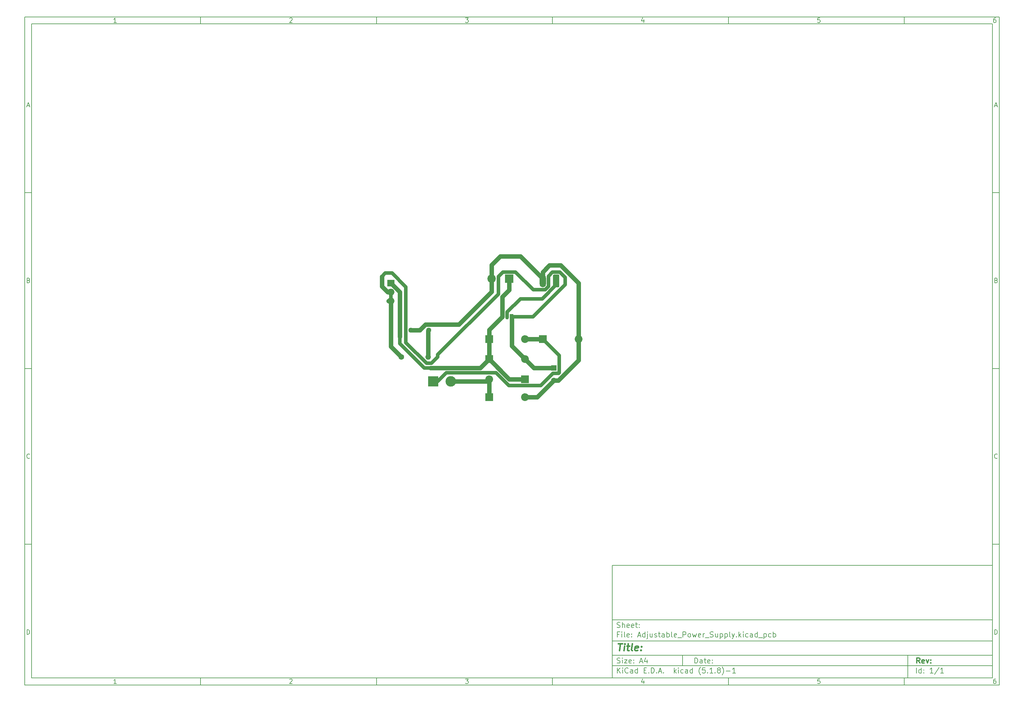
<source format=gbl>
%TF.GenerationSoftware,KiCad,Pcbnew,(5.1.8)-1*%
%TF.CreationDate,2021-07-18T20:21:08-07:00*%
%TF.ProjectId,Adjustable_Power_Supply,41646a75-7374-4616-926c-655f506f7765,rev?*%
%TF.SameCoordinates,Original*%
%TF.FileFunction,Copper,L2,Bot*%
%TF.FilePolarity,Positive*%
%FSLAX46Y46*%
G04 Gerber Fmt 4.6, Leading zero omitted, Abs format (unit mm)*
G04 Created by KiCad (PCBNEW (5.1.8)-1) date 2021-07-18 20:21:08*
%MOMM*%
%LPD*%
G01*
G04 APERTURE LIST*
%ADD10C,0.100000*%
%ADD11C,0.150000*%
%ADD12C,0.300000*%
%ADD13C,0.400000*%
%TA.AperFunction,ComponentPad*%
%ADD14R,2.400000X2.400000*%
%TD*%
%TA.AperFunction,ComponentPad*%
%ADD15C,2.400000*%
%TD*%
%TA.AperFunction,ComponentPad*%
%ADD16R,1.600000X1.600000*%
%TD*%
%TA.AperFunction,ComponentPad*%
%ADD17C,1.600000*%
%TD*%
%TA.AperFunction,ComponentPad*%
%ADD18R,2.200000X2.200000*%
%TD*%
%TA.AperFunction,ComponentPad*%
%ADD19O,2.200000X2.200000*%
%TD*%
%TA.AperFunction,ComponentPad*%
%ADD20R,3.000000X3.000000*%
%TD*%
%TA.AperFunction,ComponentPad*%
%ADD21C,3.000000*%
%TD*%
%TA.AperFunction,ComponentPad*%
%ADD22O,1.800000X3.600000*%
%TD*%
%TA.AperFunction,ComponentPad*%
%ADD23O,1.050000X1.500000*%
%TD*%
%TA.AperFunction,ComponentPad*%
%ADD24R,1.050000X1.500000*%
%TD*%
%TA.AperFunction,ComponentPad*%
%ADD25O,1.600000X1.600000*%
%TD*%
%TA.AperFunction,ComponentPad*%
%ADD26C,1.440000*%
%TD*%
%TA.AperFunction,ComponentPad*%
%ADD27R,2.000000X1.905000*%
%TD*%
%TA.AperFunction,ComponentPad*%
%ADD28O,2.000000X1.905000*%
%TD*%
%TA.AperFunction,Conductor*%
%ADD29C,1.270000*%
%TD*%
%TA.AperFunction,Conductor*%
%ADD30C,1.016000*%
%TD*%
G04 APERTURE END LIST*
D10*
D11*
X177002200Y-166007200D02*
X177002200Y-198007200D01*
X285002200Y-198007200D01*
X285002200Y-166007200D01*
X177002200Y-166007200D01*
D10*
D11*
X10000000Y-10000000D02*
X10000000Y-200007200D01*
X287002200Y-200007200D01*
X287002200Y-10000000D01*
X10000000Y-10000000D01*
D10*
D11*
X12000000Y-12000000D02*
X12000000Y-198007200D01*
X285002200Y-198007200D01*
X285002200Y-12000000D01*
X12000000Y-12000000D01*
D10*
D11*
X60000000Y-12000000D02*
X60000000Y-10000000D01*
D10*
D11*
X110000000Y-12000000D02*
X110000000Y-10000000D01*
D10*
D11*
X160000000Y-12000000D02*
X160000000Y-10000000D01*
D10*
D11*
X210000000Y-12000000D02*
X210000000Y-10000000D01*
D10*
D11*
X260000000Y-12000000D02*
X260000000Y-10000000D01*
D10*
D11*
X36065476Y-11588095D02*
X35322619Y-11588095D01*
X35694047Y-11588095D02*
X35694047Y-10288095D01*
X35570238Y-10473809D01*
X35446428Y-10597619D01*
X35322619Y-10659523D01*
D10*
D11*
X85322619Y-10411904D02*
X85384523Y-10350000D01*
X85508333Y-10288095D01*
X85817857Y-10288095D01*
X85941666Y-10350000D01*
X86003571Y-10411904D01*
X86065476Y-10535714D01*
X86065476Y-10659523D01*
X86003571Y-10845238D01*
X85260714Y-11588095D01*
X86065476Y-11588095D01*
D10*
D11*
X135260714Y-10288095D02*
X136065476Y-10288095D01*
X135632142Y-10783333D01*
X135817857Y-10783333D01*
X135941666Y-10845238D01*
X136003571Y-10907142D01*
X136065476Y-11030952D01*
X136065476Y-11340476D01*
X136003571Y-11464285D01*
X135941666Y-11526190D01*
X135817857Y-11588095D01*
X135446428Y-11588095D01*
X135322619Y-11526190D01*
X135260714Y-11464285D01*
D10*
D11*
X185941666Y-10721428D02*
X185941666Y-11588095D01*
X185632142Y-10226190D02*
X185322619Y-11154761D01*
X186127380Y-11154761D01*
D10*
D11*
X236003571Y-10288095D02*
X235384523Y-10288095D01*
X235322619Y-10907142D01*
X235384523Y-10845238D01*
X235508333Y-10783333D01*
X235817857Y-10783333D01*
X235941666Y-10845238D01*
X236003571Y-10907142D01*
X236065476Y-11030952D01*
X236065476Y-11340476D01*
X236003571Y-11464285D01*
X235941666Y-11526190D01*
X235817857Y-11588095D01*
X235508333Y-11588095D01*
X235384523Y-11526190D01*
X235322619Y-11464285D01*
D10*
D11*
X285941666Y-10288095D02*
X285694047Y-10288095D01*
X285570238Y-10350000D01*
X285508333Y-10411904D01*
X285384523Y-10597619D01*
X285322619Y-10845238D01*
X285322619Y-11340476D01*
X285384523Y-11464285D01*
X285446428Y-11526190D01*
X285570238Y-11588095D01*
X285817857Y-11588095D01*
X285941666Y-11526190D01*
X286003571Y-11464285D01*
X286065476Y-11340476D01*
X286065476Y-11030952D01*
X286003571Y-10907142D01*
X285941666Y-10845238D01*
X285817857Y-10783333D01*
X285570238Y-10783333D01*
X285446428Y-10845238D01*
X285384523Y-10907142D01*
X285322619Y-11030952D01*
D10*
D11*
X60000000Y-198007200D02*
X60000000Y-200007200D01*
D10*
D11*
X110000000Y-198007200D02*
X110000000Y-200007200D01*
D10*
D11*
X160000000Y-198007200D02*
X160000000Y-200007200D01*
D10*
D11*
X210000000Y-198007200D02*
X210000000Y-200007200D01*
D10*
D11*
X260000000Y-198007200D02*
X260000000Y-200007200D01*
D10*
D11*
X36065476Y-199595295D02*
X35322619Y-199595295D01*
X35694047Y-199595295D02*
X35694047Y-198295295D01*
X35570238Y-198481009D01*
X35446428Y-198604819D01*
X35322619Y-198666723D01*
D10*
D11*
X85322619Y-198419104D02*
X85384523Y-198357200D01*
X85508333Y-198295295D01*
X85817857Y-198295295D01*
X85941666Y-198357200D01*
X86003571Y-198419104D01*
X86065476Y-198542914D01*
X86065476Y-198666723D01*
X86003571Y-198852438D01*
X85260714Y-199595295D01*
X86065476Y-199595295D01*
D10*
D11*
X135260714Y-198295295D02*
X136065476Y-198295295D01*
X135632142Y-198790533D01*
X135817857Y-198790533D01*
X135941666Y-198852438D01*
X136003571Y-198914342D01*
X136065476Y-199038152D01*
X136065476Y-199347676D01*
X136003571Y-199471485D01*
X135941666Y-199533390D01*
X135817857Y-199595295D01*
X135446428Y-199595295D01*
X135322619Y-199533390D01*
X135260714Y-199471485D01*
D10*
D11*
X185941666Y-198728628D02*
X185941666Y-199595295D01*
X185632142Y-198233390D02*
X185322619Y-199161961D01*
X186127380Y-199161961D01*
D10*
D11*
X236003571Y-198295295D02*
X235384523Y-198295295D01*
X235322619Y-198914342D01*
X235384523Y-198852438D01*
X235508333Y-198790533D01*
X235817857Y-198790533D01*
X235941666Y-198852438D01*
X236003571Y-198914342D01*
X236065476Y-199038152D01*
X236065476Y-199347676D01*
X236003571Y-199471485D01*
X235941666Y-199533390D01*
X235817857Y-199595295D01*
X235508333Y-199595295D01*
X235384523Y-199533390D01*
X235322619Y-199471485D01*
D10*
D11*
X285941666Y-198295295D02*
X285694047Y-198295295D01*
X285570238Y-198357200D01*
X285508333Y-198419104D01*
X285384523Y-198604819D01*
X285322619Y-198852438D01*
X285322619Y-199347676D01*
X285384523Y-199471485D01*
X285446428Y-199533390D01*
X285570238Y-199595295D01*
X285817857Y-199595295D01*
X285941666Y-199533390D01*
X286003571Y-199471485D01*
X286065476Y-199347676D01*
X286065476Y-199038152D01*
X286003571Y-198914342D01*
X285941666Y-198852438D01*
X285817857Y-198790533D01*
X285570238Y-198790533D01*
X285446428Y-198852438D01*
X285384523Y-198914342D01*
X285322619Y-199038152D01*
D10*
D11*
X10000000Y-60000000D02*
X12000000Y-60000000D01*
D10*
D11*
X10000000Y-110000000D02*
X12000000Y-110000000D01*
D10*
D11*
X10000000Y-160000000D02*
X12000000Y-160000000D01*
D10*
D11*
X10690476Y-35216666D02*
X11309523Y-35216666D01*
X10566666Y-35588095D02*
X11000000Y-34288095D01*
X11433333Y-35588095D01*
D10*
D11*
X11092857Y-84907142D02*
X11278571Y-84969047D01*
X11340476Y-85030952D01*
X11402380Y-85154761D01*
X11402380Y-85340476D01*
X11340476Y-85464285D01*
X11278571Y-85526190D01*
X11154761Y-85588095D01*
X10659523Y-85588095D01*
X10659523Y-84288095D01*
X11092857Y-84288095D01*
X11216666Y-84350000D01*
X11278571Y-84411904D01*
X11340476Y-84535714D01*
X11340476Y-84659523D01*
X11278571Y-84783333D01*
X11216666Y-84845238D01*
X11092857Y-84907142D01*
X10659523Y-84907142D01*
D10*
D11*
X11402380Y-135464285D02*
X11340476Y-135526190D01*
X11154761Y-135588095D01*
X11030952Y-135588095D01*
X10845238Y-135526190D01*
X10721428Y-135402380D01*
X10659523Y-135278571D01*
X10597619Y-135030952D01*
X10597619Y-134845238D01*
X10659523Y-134597619D01*
X10721428Y-134473809D01*
X10845238Y-134350000D01*
X11030952Y-134288095D01*
X11154761Y-134288095D01*
X11340476Y-134350000D01*
X11402380Y-134411904D01*
D10*
D11*
X10659523Y-185588095D02*
X10659523Y-184288095D01*
X10969047Y-184288095D01*
X11154761Y-184350000D01*
X11278571Y-184473809D01*
X11340476Y-184597619D01*
X11402380Y-184845238D01*
X11402380Y-185030952D01*
X11340476Y-185278571D01*
X11278571Y-185402380D01*
X11154761Y-185526190D01*
X10969047Y-185588095D01*
X10659523Y-185588095D01*
D10*
D11*
X287002200Y-60000000D02*
X285002200Y-60000000D01*
D10*
D11*
X287002200Y-110000000D02*
X285002200Y-110000000D01*
D10*
D11*
X287002200Y-160000000D02*
X285002200Y-160000000D01*
D10*
D11*
X285692676Y-35216666D02*
X286311723Y-35216666D01*
X285568866Y-35588095D02*
X286002200Y-34288095D01*
X286435533Y-35588095D01*
D10*
D11*
X286095057Y-84907142D02*
X286280771Y-84969047D01*
X286342676Y-85030952D01*
X286404580Y-85154761D01*
X286404580Y-85340476D01*
X286342676Y-85464285D01*
X286280771Y-85526190D01*
X286156961Y-85588095D01*
X285661723Y-85588095D01*
X285661723Y-84288095D01*
X286095057Y-84288095D01*
X286218866Y-84350000D01*
X286280771Y-84411904D01*
X286342676Y-84535714D01*
X286342676Y-84659523D01*
X286280771Y-84783333D01*
X286218866Y-84845238D01*
X286095057Y-84907142D01*
X285661723Y-84907142D01*
D10*
D11*
X286404580Y-135464285D02*
X286342676Y-135526190D01*
X286156961Y-135588095D01*
X286033152Y-135588095D01*
X285847438Y-135526190D01*
X285723628Y-135402380D01*
X285661723Y-135278571D01*
X285599819Y-135030952D01*
X285599819Y-134845238D01*
X285661723Y-134597619D01*
X285723628Y-134473809D01*
X285847438Y-134350000D01*
X286033152Y-134288095D01*
X286156961Y-134288095D01*
X286342676Y-134350000D01*
X286404580Y-134411904D01*
D10*
D11*
X285661723Y-185588095D02*
X285661723Y-184288095D01*
X285971247Y-184288095D01*
X286156961Y-184350000D01*
X286280771Y-184473809D01*
X286342676Y-184597619D01*
X286404580Y-184845238D01*
X286404580Y-185030952D01*
X286342676Y-185278571D01*
X286280771Y-185402380D01*
X286156961Y-185526190D01*
X285971247Y-185588095D01*
X285661723Y-185588095D01*
D10*
D11*
X200434342Y-193785771D02*
X200434342Y-192285771D01*
X200791485Y-192285771D01*
X201005771Y-192357200D01*
X201148628Y-192500057D01*
X201220057Y-192642914D01*
X201291485Y-192928628D01*
X201291485Y-193142914D01*
X201220057Y-193428628D01*
X201148628Y-193571485D01*
X201005771Y-193714342D01*
X200791485Y-193785771D01*
X200434342Y-193785771D01*
X202577200Y-193785771D02*
X202577200Y-193000057D01*
X202505771Y-192857200D01*
X202362914Y-192785771D01*
X202077200Y-192785771D01*
X201934342Y-192857200D01*
X202577200Y-193714342D02*
X202434342Y-193785771D01*
X202077200Y-193785771D01*
X201934342Y-193714342D01*
X201862914Y-193571485D01*
X201862914Y-193428628D01*
X201934342Y-193285771D01*
X202077200Y-193214342D01*
X202434342Y-193214342D01*
X202577200Y-193142914D01*
X203077200Y-192785771D02*
X203648628Y-192785771D01*
X203291485Y-192285771D02*
X203291485Y-193571485D01*
X203362914Y-193714342D01*
X203505771Y-193785771D01*
X203648628Y-193785771D01*
X204720057Y-193714342D02*
X204577200Y-193785771D01*
X204291485Y-193785771D01*
X204148628Y-193714342D01*
X204077200Y-193571485D01*
X204077200Y-193000057D01*
X204148628Y-192857200D01*
X204291485Y-192785771D01*
X204577200Y-192785771D01*
X204720057Y-192857200D01*
X204791485Y-193000057D01*
X204791485Y-193142914D01*
X204077200Y-193285771D01*
X205434342Y-193642914D02*
X205505771Y-193714342D01*
X205434342Y-193785771D01*
X205362914Y-193714342D01*
X205434342Y-193642914D01*
X205434342Y-193785771D01*
X205434342Y-192857200D02*
X205505771Y-192928628D01*
X205434342Y-193000057D01*
X205362914Y-192928628D01*
X205434342Y-192857200D01*
X205434342Y-193000057D01*
D10*
D11*
X177002200Y-194507200D02*
X285002200Y-194507200D01*
D10*
D11*
X178434342Y-196585771D02*
X178434342Y-195085771D01*
X179291485Y-196585771D02*
X178648628Y-195728628D01*
X179291485Y-195085771D02*
X178434342Y-195942914D01*
X179934342Y-196585771D02*
X179934342Y-195585771D01*
X179934342Y-195085771D02*
X179862914Y-195157200D01*
X179934342Y-195228628D01*
X180005771Y-195157200D01*
X179934342Y-195085771D01*
X179934342Y-195228628D01*
X181505771Y-196442914D02*
X181434342Y-196514342D01*
X181220057Y-196585771D01*
X181077200Y-196585771D01*
X180862914Y-196514342D01*
X180720057Y-196371485D01*
X180648628Y-196228628D01*
X180577200Y-195942914D01*
X180577200Y-195728628D01*
X180648628Y-195442914D01*
X180720057Y-195300057D01*
X180862914Y-195157200D01*
X181077200Y-195085771D01*
X181220057Y-195085771D01*
X181434342Y-195157200D01*
X181505771Y-195228628D01*
X182791485Y-196585771D02*
X182791485Y-195800057D01*
X182720057Y-195657200D01*
X182577200Y-195585771D01*
X182291485Y-195585771D01*
X182148628Y-195657200D01*
X182791485Y-196514342D02*
X182648628Y-196585771D01*
X182291485Y-196585771D01*
X182148628Y-196514342D01*
X182077200Y-196371485D01*
X182077200Y-196228628D01*
X182148628Y-196085771D01*
X182291485Y-196014342D01*
X182648628Y-196014342D01*
X182791485Y-195942914D01*
X184148628Y-196585771D02*
X184148628Y-195085771D01*
X184148628Y-196514342D02*
X184005771Y-196585771D01*
X183720057Y-196585771D01*
X183577200Y-196514342D01*
X183505771Y-196442914D01*
X183434342Y-196300057D01*
X183434342Y-195871485D01*
X183505771Y-195728628D01*
X183577200Y-195657200D01*
X183720057Y-195585771D01*
X184005771Y-195585771D01*
X184148628Y-195657200D01*
X186005771Y-195800057D02*
X186505771Y-195800057D01*
X186720057Y-196585771D02*
X186005771Y-196585771D01*
X186005771Y-195085771D01*
X186720057Y-195085771D01*
X187362914Y-196442914D02*
X187434342Y-196514342D01*
X187362914Y-196585771D01*
X187291485Y-196514342D01*
X187362914Y-196442914D01*
X187362914Y-196585771D01*
X188077200Y-196585771D02*
X188077200Y-195085771D01*
X188434342Y-195085771D01*
X188648628Y-195157200D01*
X188791485Y-195300057D01*
X188862914Y-195442914D01*
X188934342Y-195728628D01*
X188934342Y-195942914D01*
X188862914Y-196228628D01*
X188791485Y-196371485D01*
X188648628Y-196514342D01*
X188434342Y-196585771D01*
X188077200Y-196585771D01*
X189577200Y-196442914D02*
X189648628Y-196514342D01*
X189577200Y-196585771D01*
X189505771Y-196514342D01*
X189577200Y-196442914D01*
X189577200Y-196585771D01*
X190220057Y-196157200D02*
X190934342Y-196157200D01*
X190077200Y-196585771D02*
X190577200Y-195085771D01*
X191077200Y-196585771D01*
X191577200Y-196442914D02*
X191648628Y-196514342D01*
X191577200Y-196585771D01*
X191505771Y-196514342D01*
X191577200Y-196442914D01*
X191577200Y-196585771D01*
X194577200Y-196585771D02*
X194577200Y-195085771D01*
X194720057Y-196014342D02*
X195148628Y-196585771D01*
X195148628Y-195585771D02*
X194577200Y-196157200D01*
X195791485Y-196585771D02*
X195791485Y-195585771D01*
X195791485Y-195085771D02*
X195720057Y-195157200D01*
X195791485Y-195228628D01*
X195862914Y-195157200D01*
X195791485Y-195085771D01*
X195791485Y-195228628D01*
X197148628Y-196514342D02*
X197005771Y-196585771D01*
X196720057Y-196585771D01*
X196577200Y-196514342D01*
X196505771Y-196442914D01*
X196434342Y-196300057D01*
X196434342Y-195871485D01*
X196505771Y-195728628D01*
X196577200Y-195657200D01*
X196720057Y-195585771D01*
X197005771Y-195585771D01*
X197148628Y-195657200D01*
X198434342Y-196585771D02*
X198434342Y-195800057D01*
X198362914Y-195657200D01*
X198220057Y-195585771D01*
X197934342Y-195585771D01*
X197791485Y-195657200D01*
X198434342Y-196514342D02*
X198291485Y-196585771D01*
X197934342Y-196585771D01*
X197791485Y-196514342D01*
X197720057Y-196371485D01*
X197720057Y-196228628D01*
X197791485Y-196085771D01*
X197934342Y-196014342D01*
X198291485Y-196014342D01*
X198434342Y-195942914D01*
X199791485Y-196585771D02*
X199791485Y-195085771D01*
X199791485Y-196514342D02*
X199648628Y-196585771D01*
X199362914Y-196585771D01*
X199220057Y-196514342D01*
X199148628Y-196442914D01*
X199077200Y-196300057D01*
X199077200Y-195871485D01*
X199148628Y-195728628D01*
X199220057Y-195657200D01*
X199362914Y-195585771D01*
X199648628Y-195585771D01*
X199791485Y-195657200D01*
X202077200Y-197157200D02*
X202005771Y-197085771D01*
X201862914Y-196871485D01*
X201791485Y-196728628D01*
X201720057Y-196514342D01*
X201648628Y-196157200D01*
X201648628Y-195871485D01*
X201720057Y-195514342D01*
X201791485Y-195300057D01*
X201862914Y-195157200D01*
X202005771Y-194942914D01*
X202077200Y-194871485D01*
X203362914Y-195085771D02*
X202648628Y-195085771D01*
X202577200Y-195800057D01*
X202648628Y-195728628D01*
X202791485Y-195657200D01*
X203148628Y-195657200D01*
X203291485Y-195728628D01*
X203362914Y-195800057D01*
X203434342Y-195942914D01*
X203434342Y-196300057D01*
X203362914Y-196442914D01*
X203291485Y-196514342D01*
X203148628Y-196585771D01*
X202791485Y-196585771D01*
X202648628Y-196514342D01*
X202577200Y-196442914D01*
X204077200Y-196442914D02*
X204148628Y-196514342D01*
X204077200Y-196585771D01*
X204005771Y-196514342D01*
X204077200Y-196442914D01*
X204077200Y-196585771D01*
X205577200Y-196585771D02*
X204720057Y-196585771D01*
X205148628Y-196585771D02*
X205148628Y-195085771D01*
X205005771Y-195300057D01*
X204862914Y-195442914D01*
X204720057Y-195514342D01*
X206220057Y-196442914D02*
X206291485Y-196514342D01*
X206220057Y-196585771D01*
X206148628Y-196514342D01*
X206220057Y-196442914D01*
X206220057Y-196585771D01*
X207148628Y-195728628D02*
X207005771Y-195657200D01*
X206934342Y-195585771D01*
X206862914Y-195442914D01*
X206862914Y-195371485D01*
X206934342Y-195228628D01*
X207005771Y-195157200D01*
X207148628Y-195085771D01*
X207434342Y-195085771D01*
X207577200Y-195157200D01*
X207648628Y-195228628D01*
X207720057Y-195371485D01*
X207720057Y-195442914D01*
X207648628Y-195585771D01*
X207577200Y-195657200D01*
X207434342Y-195728628D01*
X207148628Y-195728628D01*
X207005771Y-195800057D01*
X206934342Y-195871485D01*
X206862914Y-196014342D01*
X206862914Y-196300057D01*
X206934342Y-196442914D01*
X207005771Y-196514342D01*
X207148628Y-196585771D01*
X207434342Y-196585771D01*
X207577200Y-196514342D01*
X207648628Y-196442914D01*
X207720057Y-196300057D01*
X207720057Y-196014342D01*
X207648628Y-195871485D01*
X207577200Y-195800057D01*
X207434342Y-195728628D01*
X208220057Y-197157200D02*
X208291485Y-197085771D01*
X208434342Y-196871485D01*
X208505771Y-196728628D01*
X208577200Y-196514342D01*
X208648628Y-196157200D01*
X208648628Y-195871485D01*
X208577200Y-195514342D01*
X208505771Y-195300057D01*
X208434342Y-195157200D01*
X208291485Y-194942914D01*
X208220057Y-194871485D01*
X209362914Y-196014342D02*
X210505771Y-196014342D01*
X212005771Y-196585771D02*
X211148628Y-196585771D01*
X211577200Y-196585771D02*
X211577200Y-195085771D01*
X211434342Y-195300057D01*
X211291485Y-195442914D01*
X211148628Y-195514342D01*
D10*
D11*
X177002200Y-191507200D02*
X285002200Y-191507200D01*
D10*
D12*
X264411485Y-193785771D02*
X263911485Y-193071485D01*
X263554342Y-193785771D02*
X263554342Y-192285771D01*
X264125771Y-192285771D01*
X264268628Y-192357200D01*
X264340057Y-192428628D01*
X264411485Y-192571485D01*
X264411485Y-192785771D01*
X264340057Y-192928628D01*
X264268628Y-193000057D01*
X264125771Y-193071485D01*
X263554342Y-193071485D01*
X265625771Y-193714342D02*
X265482914Y-193785771D01*
X265197200Y-193785771D01*
X265054342Y-193714342D01*
X264982914Y-193571485D01*
X264982914Y-193000057D01*
X265054342Y-192857200D01*
X265197200Y-192785771D01*
X265482914Y-192785771D01*
X265625771Y-192857200D01*
X265697200Y-193000057D01*
X265697200Y-193142914D01*
X264982914Y-193285771D01*
X266197200Y-192785771D02*
X266554342Y-193785771D01*
X266911485Y-192785771D01*
X267482914Y-193642914D02*
X267554342Y-193714342D01*
X267482914Y-193785771D01*
X267411485Y-193714342D01*
X267482914Y-193642914D01*
X267482914Y-193785771D01*
X267482914Y-192857200D02*
X267554342Y-192928628D01*
X267482914Y-193000057D01*
X267411485Y-192928628D01*
X267482914Y-192857200D01*
X267482914Y-193000057D01*
D10*
D11*
X178362914Y-193714342D02*
X178577200Y-193785771D01*
X178934342Y-193785771D01*
X179077200Y-193714342D01*
X179148628Y-193642914D01*
X179220057Y-193500057D01*
X179220057Y-193357200D01*
X179148628Y-193214342D01*
X179077200Y-193142914D01*
X178934342Y-193071485D01*
X178648628Y-193000057D01*
X178505771Y-192928628D01*
X178434342Y-192857200D01*
X178362914Y-192714342D01*
X178362914Y-192571485D01*
X178434342Y-192428628D01*
X178505771Y-192357200D01*
X178648628Y-192285771D01*
X179005771Y-192285771D01*
X179220057Y-192357200D01*
X179862914Y-193785771D02*
X179862914Y-192785771D01*
X179862914Y-192285771D02*
X179791485Y-192357200D01*
X179862914Y-192428628D01*
X179934342Y-192357200D01*
X179862914Y-192285771D01*
X179862914Y-192428628D01*
X180434342Y-192785771D02*
X181220057Y-192785771D01*
X180434342Y-193785771D01*
X181220057Y-193785771D01*
X182362914Y-193714342D02*
X182220057Y-193785771D01*
X181934342Y-193785771D01*
X181791485Y-193714342D01*
X181720057Y-193571485D01*
X181720057Y-193000057D01*
X181791485Y-192857200D01*
X181934342Y-192785771D01*
X182220057Y-192785771D01*
X182362914Y-192857200D01*
X182434342Y-193000057D01*
X182434342Y-193142914D01*
X181720057Y-193285771D01*
X183077200Y-193642914D02*
X183148628Y-193714342D01*
X183077200Y-193785771D01*
X183005771Y-193714342D01*
X183077200Y-193642914D01*
X183077200Y-193785771D01*
X183077200Y-192857200D02*
X183148628Y-192928628D01*
X183077200Y-193000057D01*
X183005771Y-192928628D01*
X183077200Y-192857200D01*
X183077200Y-193000057D01*
X184862914Y-193357200D02*
X185577200Y-193357200D01*
X184720057Y-193785771D02*
X185220057Y-192285771D01*
X185720057Y-193785771D01*
X186862914Y-192785771D02*
X186862914Y-193785771D01*
X186505771Y-192214342D02*
X186148628Y-193285771D01*
X187077200Y-193285771D01*
D10*
D11*
X263434342Y-196585771D02*
X263434342Y-195085771D01*
X264791485Y-196585771D02*
X264791485Y-195085771D01*
X264791485Y-196514342D02*
X264648628Y-196585771D01*
X264362914Y-196585771D01*
X264220057Y-196514342D01*
X264148628Y-196442914D01*
X264077200Y-196300057D01*
X264077200Y-195871485D01*
X264148628Y-195728628D01*
X264220057Y-195657200D01*
X264362914Y-195585771D01*
X264648628Y-195585771D01*
X264791485Y-195657200D01*
X265505771Y-196442914D02*
X265577200Y-196514342D01*
X265505771Y-196585771D01*
X265434342Y-196514342D01*
X265505771Y-196442914D01*
X265505771Y-196585771D01*
X265505771Y-195657200D02*
X265577200Y-195728628D01*
X265505771Y-195800057D01*
X265434342Y-195728628D01*
X265505771Y-195657200D01*
X265505771Y-195800057D01*
X268148628Y-196585771D02*
X267291485Y-196585771D01*
X267720057Y-196585771D02*
X267720057Y-195085771D01*
X267577200Y-195300057D01*
X267434342Y-195442914D01*
X267291485Y-195514342D01*
X269862914Y-195014342D02*
X268577200Y-196942914D01*
X271148628Y-196585771D02*
X270291485Y-196585771D01*
X270720057Y-196585771D02*
X270720057Y-195085771D01*
X270577200Y-195300057D01*
X270434342Y-195442914D01*
X270291485Y-195514342D01*
D10*
D11*
X177002200Y-187507200D02*
X285002200Y-187507200D01*
D10*
D13*
X178714580Y-188211961D02*
X179857438Y-188211961D01*
X179036009Y-190211961D02*
X179286009Y-188211961D01*
X180274104Y-190211961D02*
X180440771Y-188878628D01*
X180524104Y-188211961D02*
X180416961Y-188307200D01*
X180500295Y-188402438D01*
X180607438Y-188307200D01*
X180524104Y-188211961D01*
X180500295Y-188402438D01*
X181107438Y-188878628D02*
X181869342Y-188878628D01*
X181476485Y-188211961D02*
X181262200Y-189926247D01*
X181333628Y-190116723D01*
X181512200Y-190211961D01*
X181702676Y-190211961D01*
X182655057Y-190211961D02*
X182476485Y-190116723D01*
X182405057Y-189926247D01*
X182619342Y-188211961D01*
X184190771Y-190116723D02*
X183988390Y-190211961D01*
X183607438Y-190211961D01*
X183428866Y-190116723D01*
X183357438Y-189926247D01*
X183452676Y-189164342D01*
X183571723Y-188973866D01*
X183774104Y-188878628D01*
X184155057Y-188878628D01*
X184333628Y-188973866D01*
X184405057Y-189164342D01*
X184381247Y-189354819D01*
X183405057Y-189545295D01*
X185155057Y-190021485D02*
X185238390Y-190116723D01*
X185131247Y-190211961D01*
X185047914Y-190116723D01*
X185155057Y-190021485D01*
X185131247Y-190211961D01*
X185286009Y-188973866D02*
X185369342Y-189069104D01*
X185262200Y-189164342D01*
X185178866Y-189069104D01*
X185286009Y-188973866D01*
X185262200Y-189164342D01*
D10*
D11*
X178934342Y-185600057D02*
X178434342Y-185600057D01*
X178434342Y-186385771D02*
X178434342Y-184885771D01*
X179148628Y-184885771D01*
X179720057Y-186385771D02*
X179720057Y-185385771D01*
X179720057Y-184885771D02*
X179648628Y-184957200D01*
X179720057Y-185028628D01*
X179791485Y-184957200D01*
X179720057Y-184885771D01*
X179720057Y-185028628D01*
X180648628Y-186385771D02*
X180505771Y-186314342D01*
X180434342Y-186171485D01*
X180434342Y-184885771D01*
X181791485Y-186314342D02*
X181648628Y-186385771D01*
X181362914Y-186385771D01*
X181220057Y-186314342D01*
X181148628Y-186171485D01*
X181148628Y-185600057D01*
X181220057Y-185457200D01*
X181362914Y-185385771D01*
X181648628Y-185385771D01*
X181791485Y-185457200D01*
X181862914Y-185600057D01*
X181862914Y-185742914D01*
X181148628Y-185885771D01*
X182505771Y-186242914D02*
X182577200Y-186314342D01*
X182505771Y-186385771D01*
X182434342Y-186314342D01*
X182505771Y-186242914D01*
X182505771Y-186385771D01*
X182505771Y-185457200D02*
X182577200Y-185528628D01*
X182505771Y-185600057D01*
X182434342Y-185528628D01*
X182505771Y-185457200D01*
X182505771Y-185600057D01*
X184291485Y-185957200D02*
X185005771Y-185957200D01*
X184148628Y-186385771D02*
X184648628Y-184885771D01*
X185148628Y-186385771D01*
X186291485Y-186385771D02*
X186291485Y-184885771D01*
X186291485Y-186314342D02*
X186148628Y-186385771D01*
X185862914Y-186385771D01*
X185720057Y-186314342D01*
X185648628Y-186242914D01*
X185577200Y-186100057D01*
X185577200Y-185671485D01*
X185648628Y-185528628D01*
X185720057Y-185457200D01*
X185862914Y-185385771D01*
X186148628Y-185385771D01*
X186291485Y-185457200D01*
X187005771Y-185385771D02*
X187005771Y-186671485D01*
X186934342Y-186814342D01*
X186791485Y-186885771D01*
X186720057Y-186885771D01*
X187005771Y-184885771D02*
X186934342Y-184957200D01*
X187005771Y-185028628D01*
X187077200Y-184957200D01*
X187005771Y-184885771D01*
X187005771Y-185028628D01*
X188362914Y-185385771D02*
X188362914Y-186385771D01*
X187720057Y-185385771D02*
X187720057Y-186171485D01*
X187791485Y-186314342D01*
X187934342Y-186385771D01*
X188148628Y-186385771D01*
X188291485Y-186314342D01*
X188362914Y-186242914D01*
X189005771Y-186314342D02*
X189148628Y-186385771D01*
X189434342Y-186385771D01*
X189577200Y-186314342D01*
X189648628Y-186171485D01*
X189648628Y-186100057D01*
X189577200Y-185957200D01*
X189434342Y-185885771D01*
X189220057Y-185885771D01*
X189077200Y-185814342D01*
X189005771Y-185671485D01*
X189005771Y-185600057D01*
X189077200Y-185457200D01*
X189220057Y-185385771D01*
X189434342Y-185385771D01*
X189577200Y-185457200D01*
X190077200Y-185385771D02*
X190648628Y-185385771D01*
X190291485Y-184885771D02*
X190291485Y-186171485D01*
X190362914Y-186314342D01*
X190505771Y-186385771D01*
X190648628Y-186385771D01*
X191791485Y-186385771D02*
X191791485Y-185600057D01*
X191720057Y-185457200D01*
X191577200Y-185385771D01*
X191291485Y-185385771D01*
X191148628Y-185457200D01*
X191791485Y-186314342D02*
X191648628Y-186385771D01*
X191291485Y-186385771D01*
X191148628Y-186314342D01*
X191077200Y-186171485D01*
X191077200Y-186028628D01*
X191148628Y-185885771D01*
X191291485Y-185814342D01*
X191648628Y-185814342D01*
X191791485Y-185742914D01*
X192505771Y-186385771D02*
X192505771Y-184885771D01*
X192505771Y-185457200D02*
X192648628Y-185385771D01*
X192934342Y-185385771D01*
X193077200Y-185457200D01*
X193148628Y-185528628D01*
X193220057Y-185671485D01*
X193220057Y-186100057D01*
X193148628Y-186242914D01*
X193077200Y-186314342D01*
X192934342Y-186385771D01*
X192648628Y-186385771D01*
X192505771Y-186314342D01*
X194077200Y-186385771D02*
X193934342Y-186314342D01*
X193862914Y-186171485D01*
X193862914Y-184885771D01*
X195220057Y-186314342D02*
X195077200Y-186385771D01*
X194791485Y-186385771D01*
X194648628Y-186314342D01*
X194577200Y-186171485D01*
X194577200Y-185600057D01*
X194648628Y-185457200D01*
X194791485Y-185385771D01*
X195077200Y-185385771D01*
X195220057Y-185457200D01*
X195291485Y-185600057D01*
X195291485Y-185742914D01*
X194577200Y-185885771D01*
X195577200Y-186528628D02*
X196720057Y-186528628D01*
X197077200Y-186385771D02*
X197077200Y-184885771D01*
X197648628Y-184885771D01*
X197791485Y-184957200D01*
X197862914Y-185028628D01*
X197934342Y-185171485D01*
X197934342Y-185385771D01*
X197862914Y-185528628D01*
X197791485Y-185600057D01*
X197648628Y-185671485D01*
X197077200Y-185671485D01*
X198791485Y-186385771D02*
X198648628Y-186314342D01*
X198577200Y-186242914D01*
X198505771Y-186100057D01*
X198505771Y-185671485D01*
X198577200Y-185528628D01*
X198648628Y-185457200D01*
X198791485Y-185385771D01*
X199005771Y-185385771D01*
X199148628Y-185457200D01*
X199220057Y-185528628D01*
X199291485Y-185671485D01*
X199291485Y-186100057D01*
X199220057Y-186242914D01*
X199148628Y-186314342D01*
X199005771Y-186385771D01*
X198791485Y-186385771D01*
X199791485Y-185385771D02*
X200077200Y-186385771D01*
X200362914Y-185671485D01*
X200648628Y-186385771D01*
X200934342Y-185385771D01*
X202077200Y-186314342D02*
X201934342Y-186385771D01*
X201648628Y-186385771D01*
X201505771Y-186314342D01*
X201434342Y-186171485D01*
X201434342Y-185600057D01*
X201505771Y-185457200D01*
X201648628Y-185385771D01*
X201934342Y-185385771D01*
X202077200Y-185457200D01*
X202148628Y-185600057D01*
X202148628Y-185742914D01*
X201434342Y-185885771D01*
X202791485Y-186385771D02*
X202791485Y-185385771D01*
X202791485Y-185671485D02*
X202862914Y-185528628D01*
X202934342Y-185457200D01*
X203077200Y-185385771D01*
X203220057Y-185385771D01*
X203362914Y-186528628D02*
X204505771Y-186528628D01*
X204791485Y-186314342D02*
X205005771Y-186385771D01*
X205362914Y-186385771D01*
X205505771Y-186314342D01*
X205577200Y-186242914D01*
X205648628Y-186100057D01*
X205648628Y-185957200D01*
X205577200Y-185814342D01*
X205505771Y-185742914D01*
X205362914Y-185671485D01*
X205077200Y-185600057D01*
X204934342Y-185528628D01*
X204862914Y-185457200D01*
X204791485Y-185314342D01*
X204791485Y-185171485D01*
X204862914Y-185028628D01*
X204934342Y-184957200D01*
X205077200Y-184885771D01*
X205434342Y-184885771D01*
X205648628Y-184957200D01*
X206934342Y-185385771D02*
X206934342Y-186385771D01*
X206291485Y-185385771D02*
X206291485Y-186171485D01*
X206362914Y-186314342D01*
X206505771Y-186385771D01*
X206720057Y-186385771D01*
X206862914Y-186314342D01*
X206934342Y-186242914D01*
X207648628Y-185385771D02*
X207648628Y-186885771D01*
X207648628Y-185457200D02*
X207791485Y-185385771D01*
X208077200Y-185385771D01*
X208220057Y-185457200D01*
X208291485Y-185528628D01*
X208362914Y-185671485D01*
X208362914Y-186100057D01*
X208291485Y-186242914D01*
X208220057Y-186314342D01*
X208077200Y-186385771D01*
X207791485Y-186385771D01*
X207648628Y-186314342D01*
X209005771Y-185385771D02*
X209005771Y-186885771D01*
X209005771Y-185457200D02*
X209148628Y-185385771D01*
X209434342Y-185385771D01*
X209577200Y-185457200D01*
X209648628Y-185528628D01*
X209720057Y-185671485D01*
X209720057Y-186100057D01*
X209648628Y-186242914D01*
X209577200Y-186314342D01*
X209434342Y-186385771D01*
X209148628Y-186385771D01*
X209005771Y-186314342D01*
X210577200Y-186385771D02*
X210434342Y-186314342D01*
X210362914Y-186171485D01*
X210362914Y-184885771D01*
X211005771Y-185385771D02*
X211362914Y-186385771D01*
X211720057Y-185385771D02*
X211362914Y-186385771D01*
X211220057Y-186742914D01*
X211148628Y-186814342D01*
X211005771Y-186885771D01*
X212291485Y-186242914D02*
X212362914Y-186314342D01*
X212291485Y-186385771D01*
X212220057Y-186314342D01*
X212291485Y-186242914D01*
X212291485Y-186385771D01*
X213005771Y-186385771D02*
X213005771Y-184885771D01*
X213148628Y-185814342D02*
X213577200Y-186385771D01*
X213577200Y-185385771D02*
X213005771Y-185957200D01*
X214220057Y-186385771D02*
X214220057Y-185385771D01*
X214220057Y-184885771D02*
X214148628Y-184957200D01*
X214220057Y-185028628D01*
X214291485Y-184957200D01*
X214220057Y-184885771D01*
X214220057Y-185028628D01*
X215577200Y-186314342D02*
X215434342Y-186385771D01*
X215148628Y-186385771D01*
X215005771Y-186314342D01*
X214934342Y-186242914D01*
X214862914Y-186100057D01*
X214862914Y-185671485D01*
X214934342Y-185528628D01*
X215005771Y-185457200D01*
X215148628Y-185385771D01*
X215434342Y-185385771D01*
X215577200Y-185457200D01*
X216862914Y-186385771D02*
X216862914Y-185600057D01*
X216791485Y-185457200D01*
X216648628Y-185385771D01*
X216362914Y-185385771D01*
X216220057Y-185457200D01*
X216862914Y-186314342D02*
X216720057Y-186385771D01*
X216362914Y-186385771D01*
X216220057Y-186314342D01*
X216148628Y-186171485D01*
X216148628Y-186028628D01*
X216220057Y-185885771D01*
X216362914Y-185814342D01*
X216720057Y-185814342D01*
X216862914Y-185742914D01*
X218220057Y-186385771D02*
X218220057Y-184885771D01*
X218220057Y-186314342D02*
X218077200Y-186385771D01*
X217791485Y-186385771D01*
X217648628Y-186314342D01*
X217577200Y-186242914D01*
X217505771Y-186100057D01*
X217505771Y-185671485D01*
X217577200Y-185528628D01*
X217648628Y-185457200D01*
X217791485Y-185385771D01*
X218077200Y-185385771D01*
X218220057Y-185457200D01*
X218577200Y-186528628D02*
X219720057Y-186528628D01*
X220077200Y-185385771D02*
X220077200Y-186885771D01*
X220077200Y-185457200D02*
X220220057Y-185385771D01*
X220505771Y-185385771D01*
X220648628Y-185457200D01*
X220720057Y-185528628D01*
X220791485Y-185671485D01*
X220791485Y-186100057D01*
X220720057Y-186242914D01*
X220648628Y-186314342D01*
X220505771Y-186385771D01*
X220220057Y-186385771D01*
X220077200Y-186314342D01*
X222077200Y-186314342D02*
X221934342Y-186385771D01*
X221648628Y-186385771D01*
X221505771Y-186314342D01*
X221434342Y-186242914D01*
X221362914Y-186100057D01*
X221362914Y-185671485D01*
X221434342Y-185528628D01*
X221505771Y-185457200D01*
X221648628Y-185385771D01*
X221934342Y-185385771D01*
X222077200Y-185457200D01*
X222720057Y-186385771D02*
X222720057Y-184885771D01*
X222720057Y-185457200D02*
X222862914Y-185385771D01*
X223148628Y-185385771D01*
X223291485Y-185457200D01*
X223362914Y-185528628D01*
X223434342Y-185671485D01*
X223434342Y-186100057D01*
X223362914Y-186242914D01*
X223291485Y-186314342D01*
X223148628Y-186385771D01*
X222862914Y-186385771D01*
X222720057Y-186314342D01*
D10*
D11*
X177002200Y-181507200D02*
X285002200Y-181507200D01*
D10*
D11*
X178362914Y-183614342D02*
X178577200Y-183685771D01*
X178934342Y-183685771D01*
X179077200Y-183614342D01*
X179148628Y-183542914D01*
X179220057Y-183400057D01*
X179220057Y-183257200D01*
X179148628Y-183114342D01*
X179077200Y-183042914D01*
X178934342Y-182971485D01*
X178648628Y-182900057D01*
X178505771Y-182828628D01*
X178434342Y-182757200D01*
X178362914Y-182614342D01*
X178362914Y-182471485D01*
X178434342Y-182328628D01*
X178505771Y-182257200D01*
X178648628Y-182185771D01*
X179005771Y-182185771D01*
X179220057Y-182257200D01*
X179862914Y-183685771D02*
X179862914Y-182185771D01*
X180505771Y-183685771D02*
X180505771Y-182900057D01*
X180434342Y-182757200D01*
X180291485Y-182685771D01*
X180077200Y-182685771D01*
X179934342Y-182757200D01*
X179862914Y-182828628D01*
X181791485Y-183614342D02*
X181648628Y-183685771D01*
X181362914Y-183685771D01*
X181220057Y-183614342D01*
X181148628Y-183471485D01*
X181148628Y-182900057D01*
X181220057Y-182757200D01*
X181362914Y-182685771D01*
X181648628Y-182685771D01*
X181791485Y-182757200D01*
X181862914Y-182900057D01*
X181862914Y-183042914D01*
X181148628Y-183185771D01*
X183077200Y-183614342D02*
X182934342Y-183685771D01*
X182648628Y-183685771D01*
X182505771Y-183614342D01*
X182434342Y-183471485D01*
X182434342Y-182900057D01*
X182505771Y-182757200D01*
X182648628Y-182685771D01*
X182934342Y-182685771D01*
X183077200Y-182757200D01*
X183148628Y-182900057D01*
X183148628Y-183042914D01*
X182434342Y-183185771D01*
X183577200Y-182685771D02*
X184148628Y-182685771D01*
X183791485Y-182185771D02*
X183791485Y-183471485D01*
X183862914Y-183614342D01*
X184005771Y-183685771D01*
X184148628Y-183685771D01*
X184648628Y-183542914D02*
X184720057Y-183614342D01*
X184648628Y-183685771D01*
X184577200Y-183614342D01*
X184648628Y-183542914D01*
X184648628Y-183685771D01*
X184648628Y-182757200D02*
X184720057Y-182828628D01*
X184648628Y-182900057D01*
X184577200Y-182828628D01*
X184648628Y-182757200D01*
X184648628Y-182900057D01*
D10*
D11*
X197002200Y-191507200D02*
X197002200Y-194507200D01*
D10*
D11*
X261002200Y-191507200D02*
X261002200Y-198007200D01*
D14*
%TO.P,C1,1*%
%TO.N,Net-(C1-Pad1)*%
X147710000Y-84455000D03*
D15*
%TO.P,C1,2*%
%TO.N,GND*%
X142710000Y-84455000D03*
%TD*%
D16*
%TO.P,C2,1*%
%TO.N,Net-(C2-Pad1)*%
X160410000Y-109855000D03*
D17*
%TO.P,C2,2*%
%TO.N,GND*%
X160410000Y-113355000D03*
%TD*%
D18*
%TO.P,D1,1*%
%TO.N,Net-(D1-Pad1)*%
X141995000Y-118110000D03*
D19*
%TO.P,D1,2*%
%TO.N,GND*%
X152155000Y-118110000D03*
%TD*%
%TO.P,D2,2*%
%TO.N,GND*%
X167395000Y-101600000D03*
D18*
%TO.P,D2,1*%
%TO.N,Net-(D2-Pad1)*%
X157235000Y-101600000D03*
%TD*%
%TO.P,D3,1*%
%TO.N,Net-(C1-Pad1)*%
X152155000Y-113030000D03*
D19*
%TO.P,D3,2*%
%TO.N,Net-(D1-Pad1)*%
X141995000Y-113030000D03*
%TD*%
D18*
%TO.P,D4,1*%
%TO.N,Net-(C1-Pad1)*%
X141995000Y-101600000D03*
D19*
%TO.P,D4,2*%
%TO.N,Net-(D2-Pad1)*%
X152155000Y-101600000D03*
%TD*%
%TO.P,D5,2*%
%TO.N,Net-(C2-Pad1)*%
X152155000Y-107315000D03*
D18*
%TO.P,D5,1*%
%TO.N,Net-(C1-Pad1)*%
X141995000Y-107315000D03*
%TD*%
D20*
%TO.P,J1,1*%
%TO.N,Net-(D2-Pad1)*%
X126120000Y-113665000D03*
D21*
%TO.P,J1,2*%
%TO.N,Net-(D1-Pad1)*%
X131120000Y-113665000D03*
%TD*%
%TO.P,J2,1*%
%TO.N,Net-(J2-Pad1)*%
%TA.AperFunction,ComponentPad*%
G36*
G01*
X161945000Y-83540000D02*
X161945000Y-86640000D01*
G75*
G02*
X161695000Y-86890000I-250000J0D01*
G01*
X160395000Y-86890000D01*
G75*
G02*
X160145000Y-86640000I0J250000D01*
G01*
X160145000Y-83540000D01*
G75*
G02*
X160395000Y-83290000I250000J0D01*
G01*
X161695000Y-83290000D01*
G75*
G02*
X161945000Y-83540000I0J-250000D01*
G01*
G37*
%TD.AperFunction*%
D22*
%TO.P,J2,2*%
%TO.N,GND*%
X157235000Y-85090000D03*
%TD*%
D23*
%TO.P,Q1,2*%
%TO.N,Net-(J2-Pad1)*%
X147075000Y-95250000D03*
%TO.P,Q1,3*%
%TO.N,Net-(C1-Pad1)*%
X145805000Y-95250000D03*
D24*
%TO.P,Q1,1*%
%TO.N,Net-(C2-Pad1)*%
X148345000Y-95250000D03*
%TD*%
D17*
%TO.P,R1,1*%
%TO.N,Net-(C2-Pad1)*%
X117035001Y-106720001D03*
D25*
%TO.P,R1,2*%
%TO.N,Net-(R1-Pad2)*%
X124655001Y-106720001D03*
%TD*%
D26*
%TO.P,R2,1*%
%TO.N,Net-(R1-Pad2)*%
X124850000Y-99060000D03*
%TO.P,R2,2*%
%TO.N,GND*%
X122310000Y-99060000D03*
%TO.P,R2,3*%
X119770000Y-99060000D03*
%TD*%
D27*
%TO.P,U1,1*%
%TO.N,Net-(C1-Pad1)*%
X114055000Y-85725000D03*
D28*
%TO.P,U1,2*%
%TO.N,Net-(C2-Pad1)*%
X114055000Y-88265000D03*
%TO.P,U1,3*%
X114055000Y-90805000D03*
%TD*%
D29*
%TO.N,Net-(C1-Pad1)*%
X147710000Y-113030000D02*
X141995000Y-107315000D01*
X152155000Y-113030000D02*
X147710000Y-113030000D01*
X141995000Y-107315000D02*
X141995000Y-101600000D01*
X141995000Y-98969990D02*
X145714990Y-95250000D01*
X141995000Y-101600000D02*
X141995000Y-98969990D01*
X147710000Y-84455000D02*
X147710000Y-87630000D01*
X145714990Y-89625010D02*
X145714990Y-95250000D01*
X147710000Y-87630000D02*
X145714990Y-89625010D01*
X114055000Y-85725000D02*
X114019580Y-85725000D01*
X139455000Y-109855000D02*
X141995000Y-107315000D01*
X125370198Y-109855000D02*
X126120000Y-109855000D01*
X116595000Y-88229580D02*
X116595000Y-100965000D01*
X114055000Y-85725000D02*
X114090420Y-85725000D01*
X114090420Y-85725000D02*
X116595000Y-88229580D01*
X126120000Y-109855000D02*
X139455000Y-109855000D01*
D30*
X125370198Y-109855000D02*
X123580000Y-109855000D01*
X116595000Y-102870000D02*
X116595000Y-100965000D01*
X123580000Y-109855000D02*
X116595000Y-102870000D01*
D29*
%TO.N,GND*%
X155655000Y-118110000D02*
X160410000Y-113355000D01*
X152155000Y-118110000D02*
X155655000Y-118110000D01*
X123865001Y-97504999D02*
X133390001Y-97504999D01*
X122310000Y-99060000D02*
X123865001Y-97504999D01*
X142710000Y-88185000D02*
X142710000Y-84455000D01*
X133390001Y-97504999D02*
X142710000Y-88185000D01*
X167395000Y-101600000D02*
X167395000Y-85725000D01*
X167395000Y-85725000D02*
X162315000Y-80645000D01*
X162315000Y-80645000D02*
X159140000Y-80645000D01*
X157235000Y-82550000D02*
X157235000Y-85090000D01*
X159140000Y-80645000D02*
X157235000Y-82550000D01*
X142710000Y-84455000D02*
X142710000Y-80565000D01*
X142710000Y-80565000D02*
X145170000Y-78105000D01*
X145170000Y-78105000D02*
X150885000Y-78105000D01*
X157235000Y-84455000D02*
X157235000Y-85090000D01*
X150885000Y-78105000D02*
X157235000Y-84455000D01*
X167395000Y-107643704D02*
X167395000Y-105410000D01*
X161683704Y-113355000D02*
X167395000Y-107643704D01*
X160410000Y-113355000D02*
X161683704Y-113355000D01*
X167395000Y-105410000D02*
X167395000Y-101600000D01*
X167395000Y-106370000D02*
X167395000Y-105410000D01*
X122310000Y-99060000D02*
X119770000Y-99060000D01*
%TO.N,Net-(C2-Pad1)*%
X154695000Y-109855000D02*
X152155000Y-107315000D01*
X160410000Y-109855000D02*
X154695000Y-109855000D01*
X148435010Y-103595010D02*
X148435010Y-95250000D01*
X152155000Y-107315000D02*
X148435010Y-103595010D01*
D30*
X114055000Y-88265000D02*
X114055000Y-90805000D01*
D29*
X114055000Y-103740000D02*
X117035001Y-106720001D01*
X114055000Y-90805000D02*
X114055000Y-103740000D01*
X114055000Y-90805000D02*
X113420000Y-90805000D01*
X113139498Y-88265000D02*
X111515000Y-86640502D01*
X114055000Y-88265000D02*
X113139498Y-88265000D01*
X111515000Y-86640502D02*
X111515000Y-83820000D01*
D30*
X112467500Y-82867500D02*
X111515000Y-83820000D01*
X114424402Y-82867500D02*
X112467500Y-82867500D01*
X118341999Y-86785097D02*
X114424402Y-82867500D01*
X118341999Y-102638841D02*
X118341999Y-86785097D01*
X124215148Y-108511990D02*
X118341999Y-102638841D01*
X125558010Y-108511990D02*
X124215148Y-108511990D01*
X148345000Y-95250000D02*
X154439832Y-95250000D01*
X158843010Y-83737158D02*
X158843010Y-86656059D01*
X144618001Y-88822697D02*
X127390000Y-106050698D01*
X154439832Y-95250000D02*
X163585000Y-86104832D01*
X163585000Y-86104832D02*
X163585000Y-84075168D01*
X163585000Y-84075168D02*
X162091822Y-82581990D01*
X154527412Y-87598010D02*
X149476401Y-82546999D01*
X162091822Y-82581990D02*
X159998178Y-82581990D01*
X127390000Y-106050698D02*
X127390000Y-106680000D01*
X159998178Y-82581990D02*
X158843010Y-83737158D01*
X157901059Y-87598010D02*
X154527412Y-87598010D01*
X158843010Y-86656059D02*
X157901059Y-87598010D01*
X127390000Y-106680000D02*
X125558010Y-108511990D01*
X145943599Y-82546999D02*
X144618001Y-83872597D01*
X144618001Y-83872597D02*
X144618001Y-88822697D01*
X149476401Y-82546999D02*
X145943599Y-82546999D01*
D29*
%TO.N,Net-(D1-Pad1)*%
X141360000Y-113665000D02*
X141995000Y-113030000D01*
X131120000Y-113665000D02*
X141360000Y-113665000D01*
X141995000Y-118110000D02*
X141995000Y-113030000D01*
%TO.N,Net-(D2-Pad1)*%
X152155000Y-101600000D02*
X157235000Y-101600000D01*
D30*
X161918001Y-106283001D02*
X157235000Y-101600000D01*
X161918001Y-111221401D02*
X161918001Y-106283001D01*
X161776401Y-111363001D02*
X161918001Y-111221401D01*
X160170157Y-111363001D02*
X161776401Y-111363001D01*
X156695157Y-114838001D02*
X160170157Y-111363001D01*
X147618699Y-114838001D02*
X156695157Y-114838001D01*
X144002697Y-111221999D02*
X147618699Y-114838001D01*
X129833001Y-111221999D02*
X144002697Y-111221999D01*
X127390000Y-113665000D02*
X129833001Y-111221999D01*
X126120000Y-113665000D02*
X127390000Y-113665000D01*
%TO.N,Net-(J2-Pad1)*%
X161045000Y-86173765D02*
X161045000Y-85090000D01*
X157048765Y-90170000D02*
X161045000Y-86173765D01*
X147092000Y-93953598D02*
X150875598Y-90170000D01*
X147092000Y-95233000D02*
X147092000Y-93953598D01*
X150875598Y-90170000D02*
X157048765Y-90170000D01*
X147075000Y-95250000D02*
X147092000Y-95233000D01*
D29*
%TO.N,Net-(R1-Pad2)*%
X124655001Y-99254999D02*
X124850000Y-99060000D01*
X124655001Y-106720001D02*
X124655001Y-99254999D01*
%TD*%
M02*

</source>
